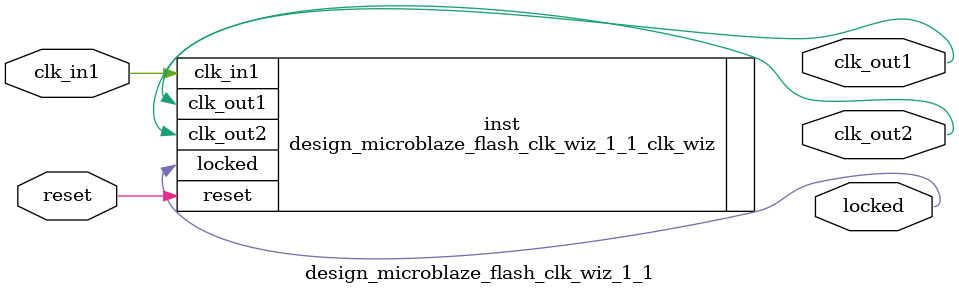
<source format=v>


`timescale 1ps/1ps

(* CORE_GENERATION_INFO = "design_microblaze_flash_clk_wiz_1_1,clk_wiz_v6_0_4_0_0,{component_name=design_microblaze_flash_clk_wiz_1_1,use_phase_alignment=true,use_min_o_jitter=false,use_max_i_jitter=false,use_dyn_phase_shift=false,use_inclk_switchover=false,use_dyn_reconfig=false,enable_axi=0,feedback_source=FDBK_AUTO,PRIMITIVE=MMCM,num_out_clk=2,clkin1_period=5.000,clkin2_period=10.0,use_power_down=false,use_reset=true,use_locked=true,use_inclk_stopped=false,feedback_type=SINGLE,CLOCK_MGR_TYPE=NA,manual_override=false}" *)

module design_microblaze_flash_clk_wiz_1_1 
 (
  // Clock out ports
  output        clk_out1,
  output        clk_out2,
  // Status and control signals
  input         reset,
  output        locked,
 // Clock in ports
  input         clk_in1
 );

  design_microblaze_flash_clk_wiz_1_1_clk_wiz inst
  (
  // Clock out ports  
  .clk_out1(clk_out1),
  .clk_out2(clk_out2),
  // Status and control signals               
  .reset(reset), 
  .locked(locked),
 // Clock in ports
  .clk_in1(clk_in1)
  );

endmodule

</source>
